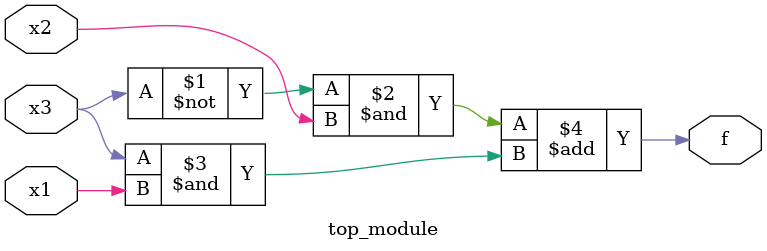
<source format=v>
module top_module( 
    input x3,
    input x2,
    input x1,  // three inputs
    output f   // one output
);
    assign f= (((~x3)&x2)+(x3&x1));
endmodule

</source>
